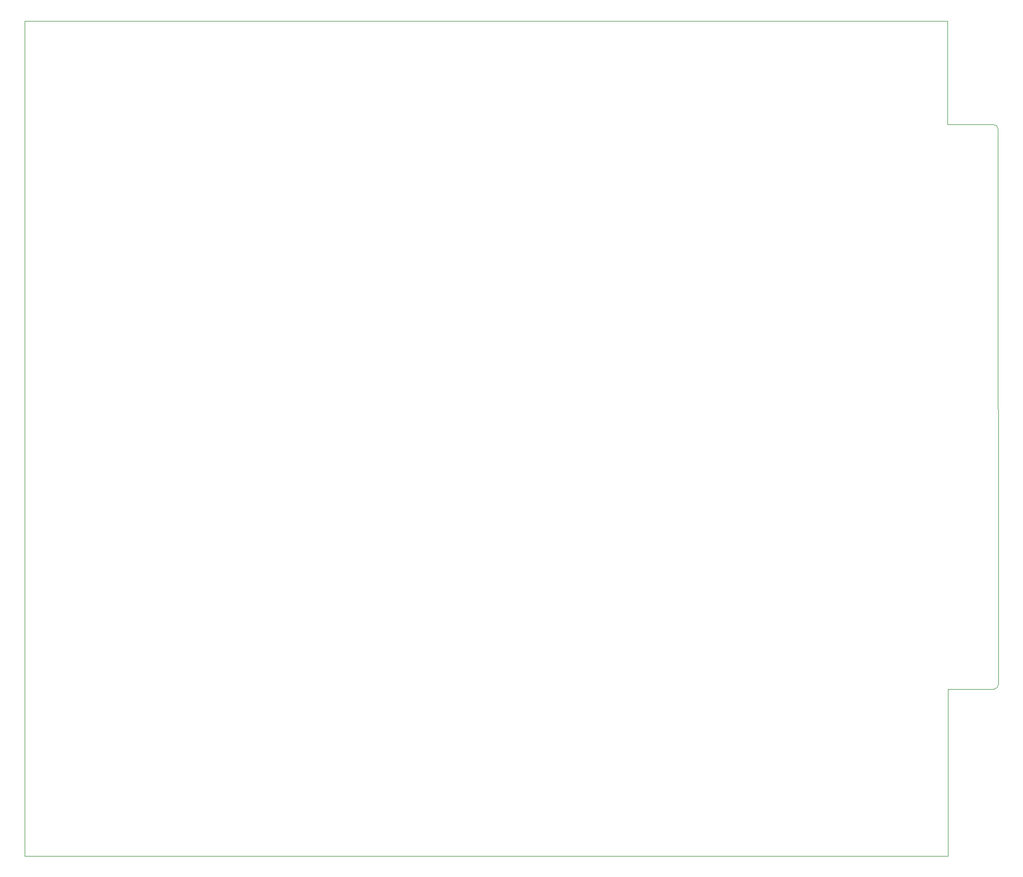
<source format=gbr>
%TF.GenerationSoftware,KiCad,Pcbnew,(5.1.9-0-10_14)*%
%TF.CreationDate,2021-10-27T16:04:22-04:00*%
%TF.ProjectId,Apple1,4170706c-6531-42e6-9b69-6361645f7063,rev?*%
%TF.SameCoordinates,Original*%
%TF.FileFunction,Profile,NP*%
%FSLAX46Y46*%
G04 Gerber Fmt 4.6, Leading zero omitted, Abs format (unit mm)*
G04 Created by KiCad (PCBNEW (5.1.9-0-10_14)) date 2021-10-27 16:04:22*
%MOMM*%
%LPD*%
G01*
G04 APERTURE LIST*
%TA.AperFunction,Profile*%
%ADD10C,0.050000*%
%TD*%
%TA.AperFunction,Profile*%
%ADD11C,0.120000*%
%TD*%
G04 APERTURE END LIST*
D10*
X253825000Y-163875000D02*
X253822200Y-136931400D01*
X104850000Y-163875000D02*
X253825000Y-163875000D01*
X104850000Y-29200000D02*
X104850000Y-163875000D01*
X253746000Y-29200000D02*
X104850000Y-29200000D01*
X253746000Y-45897800D02*
X253746000Y-29200000D01*
D11*
%TO.C,J2*%
X261239000Y-136931400D02*
X253822200Y-136931400D01*
X261162800Y-45897800D02*
X253746000Y-45897800D01*
X261950200Y-136220200D02*
X261874000Y-46609000D01*
X261950200Y-136220200D02*
G75*
G02*
X261239000Y-136931400I-711200J0D01*
G01*
X261162800Y-45897800D02*
G75*
G02*
X261874000Y-46609000I0J-711200D01*
G01*
%TD*%
M02*

</source>
